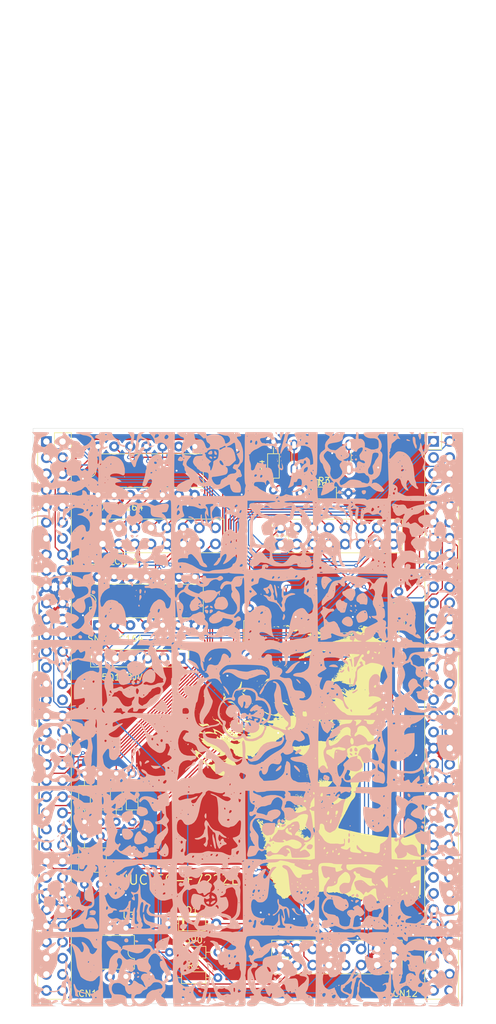
<source format=kicad_pcb>
(kicad_pcb (version 20241229) (generator "pcbnew") (generator_version "9.0")
  (layers (0 "F.Cu" signal) (2 "B.Cu" signal) (13 "F.Paste" user) (15 "B.Paste" user) (5 "F.SilkS" user "F.Silkscreen") (7 "B.SilkS" user "B.Silkscreen") (1 "F.Mask" user) (3 "B.Mask" user) (25 "Edge.Cuts" user))
  (net 0 "")
  (net 4 "PE5")
  (net 7 "GND")
  (net 11 "PC11")
  (net 19 "PA0")
  (net 20 "PB7")
  (net 23 "PD5")
  (net 26 "PE4")
  (net 28 "PC12")
  (net 30 "PE1")
  (net 34 "PE6")
  (net 35 "PD6")
  (net 41 "PA4")
  (net 43 "PD7")
  (net 44 "PF1")
  (net 47 "E5V")
  (net 50 "PC10")
  (net 51 "PE3")
  (net 54 "PE2")
  (net 59 "3.3")
  (net 61 "PF0")
  (net 71 "PG14")
  (net 74 "PA11")
  (net 75 "PA6")
  (net 76 "PC6")
  (net 82 "PA5")
  (net 84 "PE0")
  (net 86 "PA7")
  (net 92 "PC5")
  (net 104 "PB6")
  (net 108 "PA2")
  (net 109 "PC9")
  (net 116 "PE7")
  (net 123 "PC8")
  (net 125 "PA12")
  (net 130 "Net-(D1-K)")
  (net 131 "Net-(SEQ_COL1-Pin_8)")
  (net 132 "Net-(SEQ_COL1-Pin_16)")
  (net 133 "Net-(SEQ_COL1-Pin_9)")
  (net 134 "Net-(SEQ_COL1-Pin_7)")
  (net 135 "Net-(SEQ_COL1-Pin_3)")
  (net 136 "Net-(SEQ_COL1-Pin_11)")
  (net 137 "Net-(SEQ_COL1-Pin_5)")
  (net 138 "Net-(SEQ_COL1-Pin_2)")
  (net 139 "Net-(SEQ_COL1-Pin_13)")
  (net 140 "Net-(SEQ_COL1-Pin_14)")
  (net 141 "Net-(SEQ_COL1-Pin_12)")
  (net 142 "Net-(SEQ_COL1-Pin_4)")
  (net 143 "Net-(SEQ_COL1-Pin_6)")
  (net 144 "Net-(SEQ_COL1-Pin_10)")
  (net 145 "Q8")
  (net 146 "Net-(SEQ_COL1-Pin_1)")
  (net 147 "PC7")
  (net 152 "MIDI_IN_GND")
  (net 153 "MIDI_IN_SRC")
  (net 154 "unconnected-(P1-SHIELD-PadS1)")
  (net 155 "Net-(P1-CC)")
  (net 156 "Net-(P1-VCONN)")
  (net 157 "Net-(SEQ_ROW1-Pin_2)")
  (net 158 "Net-(SEQ_ROW1-Pin_4)")
  (net 159 "Net-(SEQ_ROW1-Pin_6)")
  (net 160 "Net-(SEQ_ROW1-Pin_8)")
  (net 161 "Net-(SEQ_ROW1-Pin_10)")
  (net 162 "Net-(SEQ_ROW1-Pin_12)")
  (net 163 "Net-(SEQ_ROW1-Pin_14)")
  (net 164 "Net-(SEQ_ROW1-Pin_16)")
  (footprint "Connector_PinHeader_2.54mm:PinHeader_2x08_P2.54mm_Vertical" (layer "F.Cu") (at 97.88 59.29 90)
    (property "Reference" "SEQ_ROW1" (hide yes))
    (property "Value" "Conn_02x08_Odd_Even" (hide yes))
  )
  (footprint "Resistor_THT:R_Axial_DIN0204_L3.6mm_D1.6mm_P7.62mm_Horizontal" (layer "F.Cu") (at 80.38 127.5)
    (property "Reference" "R2")
    (property "Value" "330")
  )
  (footprint "Connector_PinHeader_2.54mm:PinHeader_2x08_P2.54mm_Vertical" (layer "F.Cu") (at 97.86 125.525 90)
    (property "Reference" "IO1" (hide yes))
    (property "Value" "Conn_02x08_Odd_Even")
  )
  (footprint "Resistor_THT:R_Axial_DIN0204_L3.6mm_D1.6mm_P7.62mm_Horizontal" (layer "F.Cu") (at 67 105.19 -90)
    (property "Reference" "R6" (hide yes))
    (property "Value" "R")
  )
  (footprint "Resistor_THT:R_Axial_DIN0204_L3.6mm_D1.6mm_P7.62mm_Horizontal" (layer "F.Cu") (at 96.75 50.81 90)
    (property "Reference" "R4")
    (property "Value" "1K5")
  )
  (footprint "Connector_PinHeader_2.54mm:PinHeader_1x06_P2.54mm_Vertical" (layer "F.Cu") (at 82.04 77.25 -90)
    (property "Reference" "W25Q128JV ")
    (property "Value" "Conn_01x06")
  )
  (footprint "Package_DIP:DIP-14_W7.62mm" (layer "F.Cu") (at 69.13 51.555 90)
    (property "Reference" "SN74HC164")
    (property "Value" "74HC164")
  )
  (footprint "Resistor_THT:R_Axial_DIN0204_L3.6mm_D1.6mm_P7.62mm_Horizontal" (layer "F.Cu") (at 100.94 51.25)
    (property "Reference" "R3")
    (property "Value" "1K5")
  )
  (footprint "LOGO" (layer "F.Cu") (at 101 94)
    (property "Reference" "G***" (hide yes))
    (property "Value" "LOGO" (hide yes))
  )
  (footprint "Resistor_THT:R_Axial_DIN0204_L3.6mm_D1.6mm_P7.62mm_Horizontal" (layer "F.Cu") (at 93 69.44 -90)
    (property "Reference" "R5" (hide yes))
    (property "Value" "R")
  )
  (footprint "Connector_PinHeader_2.54mm:PinHeader_2x08_P2.54mm_Vertical" (layer "F.Cu") (at 69.84 59.275 90)
    (property "Reference" "SEQ_COL1")
    (property "Value" "Conn_02x08_Odd_Even")
  )
  (footprint "Resistor_THT:R_Axial_DIN0204_L3.6mm_D1.6mm_P7.62mm_Horizontal" (layer "F.Cu") (at 74.5 95.38 -90)
    (property "Reference" "R7" (hide yes))
    (property "Value" "R")
  )
  (footprint "Connector_PinHeader_2.54mm:PinHeader_2x35_P2.54mm_Vertical" (layer "F.Cu") (at 121.96 43.14)
    (property "Reference" "CN12")
    (property "Value" "Conn_02x35_Odd_Even")
  )
  (footprint "Resistor_THT:R_Axial_DIN0204_L3.6mm_D1.6mm_P7.62mm_Horizontal" (layer "F.Cu") (at 69.5 105.19 -90)
    (property "Reference" "R11" (hide yes))
    (property "Value" "R")
  )
  (footprint "Resistor_THT:R_Axial_DIN0204_L3.6mm_D1.6mm_P7.62mm_Horizontal" (layer "F.Cu") (at 67 95.38 -90)
    (property "Reference" "R10" (hide yes))
    (property "Value" "R")
  )
  (footprint "Connector_USB:USB_C_Receptacle_GCT_USB4125-xx-x-0190_6P_TopMnt_Horizontal" (layer "F.Cu") (at 104.32 44.5 180)
    (property "Reference" "P1")
    (property "Value" "USB_C_Plug_USB2.0")
  )
  (footprint "Diode_THT:D_DO-35_SOD27_P7.62mm_Horizontal" (layer "F.Cu") (at 80.13 119)
    (property "Reference" "D1")
    (property "Value" "D")
  )
  (footprint "Resistor_THT:R_Axial_DIN0204_L3.6mm_D1.6mm_P7.62mm_Horizontal" (layer "F.Cu") (at 69.5 95.38 -90)
    (property "Reference" "R9" (hide yes))
    (property "Value" "R")
  )
  (footprint "Package_DIP:DIP-14_W7.62mm" (layer "F.Cu") (at 69.13 72.055 90)
    (property "Reference" "SN74HC164")
    (property "Value" "74HC164")
  )
  (footprint "Resistor_THT:R_Axial_DIN0204_L3.6mm_D1.6mm_P7.62mm_Horizontal" (layer "F.Cu") (at 116.5 66.75 -90)
    (property "Reference" "R12" (hide yes))
    (property "Value" "R")
  )
  (footprint "Resistor_THT:R_Axial_DIN0204_L3.6mm_D1.6mm_P7.62mm_Horizontal" (layer "F.Cu") (at 72 95.38 -90)
    (property "Reference" "R8" (hide yes))
    (property "Value" "R")
  )
  (footprint "Connector_PinHeader_2.54mm:PinHeader_2x35_P2.54mm_Vertical" (layer "F.Cu") (at 61 43.16)
    (property "Reference" "CN11")
    (property "Value" "Conn_02x35_Odd_Even")
  )
  (footprint "Package_DIP:DIP-4_W7.62mm" (layer "F.Cu") (at 73.525 119.695 -90)
    (property "Reference" "U3")
    (property "Value" "SFH617A-1")
  )
  (footprint "Resistor_THT:R_Axial_DIN0204_L3.6mm_D1.6mm_P7.62mm_Horizontal" (layer "F.Cu") (at 80.38 123.5)
    (property "Reference" "390")
    (property "Value" "390")
  )
  (footprint "LOGO" (layer "B.Cu") (at 92.628545 86.855133)
    (property "Reference" "G***")
    (property "Value" "LOGO" (hide yes))
  )
  (gr_rect (start 58.9 41.1) (end 126.6 131.6) (stroke (width 0.05)) (fill no) (layer "Edge.Cuts"))
  (gr_text "NUCLEO-F722ZE" (at 72.25 113 0) (layer "F.SilkS") (effects (font (size 1.5 1.5) (thickness 0.1875)) (justify left bottom)))
  (segment (start 67 103) (end 65.88 104.12) (width 0.2) (layer "F.Cu") (net 4))
  (segment (start 65.88 104.12) (end 63.54 104.12) (width 0.2) (layer "F.Cu") (net 4))
  (segment (start 123.111 118.86324) (end 123.111 120.729) (width 0.2) (layer "F.Cu") (net 7))
  (segment (start 108.56 51.25) (end 108.56 49.07) (width 0.2) (layer "F.Cu") (net 7))
  (segment (start 107.07 47.58) (end 107.07 46.98) (width 0.2) (layer "F.Cu") (net 7))
  (segment (start 63.54 116.82) (end 92.28776 116.82) (width 0.2) (layer "F.Cu") (net 7))
  (segment (start 108.56 49.07) (end 107.07 47.58) (width 0.2) (layer "F.Cu") (net 7))
  (segment (start 92.28776 116.82) (end 94.32 116.82) (width 0.2) (layer "F.Cu") (net 7))
  (segment (start 123.111 120.729) (end 121.96 121.88) (width 0.2) (layer "F.Cu") (net 7))
  (segment (start 107.07 46.98) (end 106.068 45.978) (width 0.2) (layer "F.Cu") (net 7))
  (segment (start 122.24776 118) (end 123.111 118.86324) (width 0.2) (layer "F.Cu") (net 7))
  (segment (start 64.691 117.971) (end 63.54 116.82) (width 0.2) (layer "F.Cu") (net 7))
  (segment (start 94.32 116.82) (end 94.75 117.25) (width 0.2) (layer "F.Cu") (net 7))
  (segment (start 102.572 45.978) (end 101.57 46.98) (width 0.2) (layer "F.Cu") (net 7))
  (segment (start 106.068 45.978) (end 102.572 45.978) (width 0.2) (layer "F.Cu") (net 7))
  (segment (start 101.57 46.98) (end 97.78 43.19) (width 0.2) (layer "F.Cu") (net 7))
  (segment (start 97.78 43.19) (end 96.75 43.19) (width 0.2) (layer "F.Cu") (net 7))
  (segment (start 120.75 118) (end 122.24776 118) (width 0.2) (layer "F.Cu") (net 7))
  (segment (start 64.691 122.88305) (end 64.691 117.971) (width 0.2) (layer "F.Cu") (net 7))
  (segment (start 101.57 47.58) (end 101.57 46.98) (width 0.2) (layer "F.Cu") (net 7))
  (via (at 97.5 103.75) (size 0.6) (drill 0.3) (layers "F.Cu" "B.Cu") (net 7))
  (via (at 94.75 117.25) (size 0.6) (drill 0.3) (layers "F.Cu" "B.Cu") (net 7))
  (via (at 109.25 70.75) (size 0.6) (drill 0.3) (layers "F.Cu" "B.Cu") (net 7))
  (via (at 66.75 70.5) (size 0.6) (drill 0.3) (layers "F.Cu" "B.Cu") (net 7))
  (via (at 81.5 47.75) (size 0.6) (drill 0.3) (layers "F.Cu" "B.Cu") (net 7))
  (via (at 73.5 114.5) (size 0.6) (drill 0.3) (layers "F.Cu" "B.Cu") (net 7))
  (via (at 91 44.5) (size 0.6) (drill 0.3) (layers "F.Cu" "B.Cu") (net 7))
  (via (at 76.5 104.25) (size 0.6) (drill 0.3) (layers "F.Cu" "B.Cu") (net 7))
  (via (at 66.75 49) (size 0.6) (drill 0.3) (layers "F.Cu" "B.Cu") (net 7))
  (via (at 100 118.25) (size 0.6) (drill 0.3) (layers "F.Cu" "B.Cu") (net 7))
  (via (at 100.25 70.75) (size 0.6) (drill 0.3) (layers "F.Cu" "B.Cu") (net 7))
  (via (at 97.5 89) (size 0.6) (drill 0.3) (layers "F.Cu" "B.Cu") (net 7))
  (via (at 115 116.25) (size 0.6) (drill 0.3) (layers "F.Cu" "B.Cu") (net 7))
  (via (at 113.25 47.25) (size 0.6) (drill 0.3) (layers "F.Cu" "B.Cu") (net 7))
  (via (at 66.25 90) (size 0.6) (drill 0.3) (layers "F.Cu" "B.Cu") (net 7))
  (via (at 89.5 80) (size 0.6) (drill 0.3) (layers "F.Cu" "B.Cu") (net 7))
  (via (at 119 113.25) (size 0.6) (drill 0.3) (layers "F.Cu" "B.Cu") (net 7))
  (via (at 93.5 122.75) (size 0.6) (drill 0.3) (layers "F.Cu" "B.Cu") (net 7))
  (via (at 106 45) (size 0.6) (drill 0.3) (layers "F.Cu" "B.Cu") (net 7))
  (via (at 103.5 66.25) (size 0.6) (drill 0.3) (layers "F.Cu" "B.Cu") (net 7))
  (via (at 118.75 120.75) (size 0.6) (drill 0.3) (layers "F.Cu" "B.Cu") (net 7))
  (via (at 81.75 68.25) (size 0.6) (drill 0.3) (layers "F.Cu" "B.Cu") (net 7))
  (via (at 119.25 92.5) (size 0.6) (drill 0.3) (layers "F.Cu" "B.Cu") (net 7))
  (via (at 101.75 78) (size 0.6) (drill 0.3) (layers "F.Cu" "B.Cu") (net 7))
  (via (at 73.75 79.5) (size 0.6) (drill 0.3) (layers "F.Cu" "B.Cu") (net 7))
  (via (at 83.25 53.25) (size 0.6) (drill 0.3) (layers "F.Cu" "B.Cu") (net 7))
  (via (at 110 121.25) (size 0.6) (drill 0.3) (layers "F.Cu" "B.Cu") (net 7))
  (via (at 110.5 118.25) (size 0.6) (drill 0.3) (layers "F.Cu" "B.Cu") (net 7))
  (via (at 91.75 51.5) (size 0.6) (drill 0.3) (layers "F.Cu" "B.Cu") (net 7))
  (via (at 72.75 105) (size 0.6) (drill 0.3) (layers "F.Cu" "B.Cu") (net 7))
  (via (at 68.25 62) (size 0.6) (drill 0.3) (layers "F.Cu" "B.Cu") (net 7))
  (via (at 77.5 127) (size 0.6) (drill 0.3) (layers "F.Cu" "B.Cu") (net 7))
  (segment (start 84.37 51.555) (end 83.269 50.454) (width 0.2) (layer "B.Cu") (net 7))
  (segment (start 83.25 50.454) (end 63.866 50.454) (width 0.2) (layer "B.Cu") (net 7))
  (segment (start 59.849 114.99476) (end 60.52324 115.669) (width 0.2) (layer "B.Cu") (net 7))
  (segment (start 94.75 117.25) (end 94.75 119.03) (width 0.2) (layer "B.Cu") (net 7))
  (segment (start 64.691 69.711) (end 63.54 68.56) (width 0.2) (layer "B.Cu") (net 7))
  (segment (start 62.389 115.669) (end 63.54 116.82) (width 0.2) (layer "B.Cu") (net 7))
  (segment (start 83.269 50.454) (end 83.25 50.454) (width 0.2) (layer "B.Cu") (net 7))
  (segment (start 73.269 78.401) (end 68.86324 78.401) (width 0.2) (layer "B.Cu") (net 7))
  (segment (start 74.42 77.25) (end 73.269 78.401) (width 0.2) (layer "B.Cu") (net 7))
  (segment (start 60.52324 115.669) (end 62.389 115.669) (width 0.2) (layer "B.Cu") (net 7))
  (segment (start 64.691 74.22876) (end 64.691 69.711) (width 0.2) (layer "B.Cu") (net 7))
  (segment (start 59.849 67.171) (end 59.849 114.99476) (width 0.2) (layer "B.Cu") (net 7))
  (segment (start 68.86324 78.401) (end 64.691 74.22876) (width 0.2) (layer "B.Cu") (net 7))
  (segment (start 61 66.02) (end 59.849 67.171) (width 0.2) (layer "B.Cu") (net 7))
  (segment (start 63.866 50.454) (end 63.54 50.78) (width 0.2) (layer "B.Cu") (net 7))
  (segment (start 90.5 59) (end 90.5 54) (width 0.2) (layer "B.Cu") (net 11))
  (segment (start 65.41 43.16) (end 63.54 43.16) (width 0.2) (layer "B.Cu") (net 11))
  (segment (start 85.25 48.75) (end 71 48.75) (width 0.2) (layer "B.Cu") (net 11))
  (segment (start 93.552 62.052) (end 110.358 62.052) (width 0.2) (layer "B.Cu") (net 11))
  (segment (start 90.5 54) (end 85.25 48.75) (width 0.2) (layer "B.Cu") (net 11))
  (segment (start 93.552 62.052) (end 90.5 59) (width 0.2) (layer "B.Cu") (net 11))
  (segment (start 71 48.75) (end 65.41 43.16) (width 0.2) (layer "B.Cu") (net 11))
  (segment (start 110.358 62.052) (end 113.12 59.29) (width 0.2) (layer "B.Cu") (net 11))
  (segment (start 66.75 82) (end 66.75 79.39) (width 0.2) (layer "F.Cu") (net 19))
  (segment (start 66.75 79.39) (end 63.54 76.18) (width 0.2) (layer "F.Cu") (net 19))
  (via (at 66.75 82) (size 0.6) (drill 0.3) (layers "F.Cu" "B.Cu") (net 19))
  (segment (start 91.415628 129.5) (end 99 129.5) (width 0.2) (layer "B.Cu") (net 19))
  (segment (start 101.505 129.5) (end 99 129.5) (width 0.2) (layer "B.Cu") (net 19))
  (segment (start 66.75 82) (end 83.25 98.5) (width 0.2) (layer "B.Cu") (net 19))
  (segment (start 83.25 121.334372) (end 91.415628 129.5) (width 0.2) (layer "B.Cu") (net 19))
  (segment (start 105.48 125.525) (end 101.505 129.5) (width 0.2) (layer "B.Cu") (net 19))
  (segment (start 83.25 98.5) (end 83.25 121.334372) (width 0.2) (layer "B.Cu") (net 19))
  (segment (start 70.985 127.315) (end 74.8 123.5) (width 0.2) (layer "F.Cu") (net 20))
  (segment (start 74.8 123.5) (end 80.38 123.5) (width 0.2) (layer "F.Cu") (net 20))
  (segment (start 79.029 122.149) (end 79.029 98.493372) (width 0.2) (layer "B.Cu") (net 20))
  (segment (start 65.486628 84.951) (end 63.06324 84.951) (width 0.2) (layer "B.Cu") (net 20))
  (segment (start 79.029 98.493372) (end 65.486628 84.951) (width 0.2) (layer "B.Cu") (net 20))
  (segment (start 63.06324 84.951) (end 62.151 84.03876) (width 0.2) (layer "B.Cu") (net 20))
  (segment (start 62.151 84.03876) (end 62.151 69.711) (width 0.2) (layer "B.Cu") (net 20))
  (segment (start 80.38 123.5) (end 79.029 122.149) (width 0.2) (layer "B.Cu") (net 20))
  (segment (start 62.151 69.711) (end 61 68.56) (width 0.2) (layer "B.Cu") (net 20))
  (segment (start 83.265 63) (end 86 63) (width 0.2) (layer "F.Cu") (net 23))
  (segment (start 86 63) (end 88.771 60.229) (width 0.2) (layer "F.Cu") (net 23))
  (segment (start 81.83 64.435) (end 83.265 63) (width 0.2) (layer "F.Cu") (net 23))
  (segment (start 70.6829 92.75) (end 62.21 92.75) (width 0.2) (layer "F.Cu") (net 23))
  (segment (start 62.21 92.75) (end 61 93.96) (width 0.2) (layer "F.Cu") (net 23))
  (segment (start 88.771 60.229) (end 88.771 50.876) (width 0.2) (layer "F.Cu") (net 23))
  (segment (start 86.349 68.954) (end 86.349 77.0839) (width 0.2) (layer "F.Cu") (net 23))
  (segment (start 86.349 77.0839) (end 70.6829 92.75) (width 0.2) (layer "F.Cu") (net 23))
  (segment (start 81.83 64.435) (end 86.349 68.954) (width 0.2) (layer "F.Cu") (net 23))
  (segment (start 88.771 50.876) (end 81.83 43.935) (width 0.2) (layer "F.Cu") (net 23))
  (segment (start 68.08 101.58) (end 63.54 101.58) (width 0.2) (layer "F.Cu") (net 26))
  (segment (start 69.5 103) (end 68.08 101.58) (width 0.2) (layer "F.Cu") (net 26))
  (segment (start 70.6678 49.552) (end 67.9668 46.851) (width 0.2) (layer "B.Cu") (net 28))
  (segment (start 62.151 46.851) (end 61 45.7) (width 0.2) (layer "B.Cu") (net 28))
  (segment (start 67.9668 46.851) (end 62.151 46.851) (width 0.2) (layer "B.Cu") (net 28))
  (segment (start 84.9178 49.552) (end 70.6678 49.552) (width 0.2) (layer "B.Cu") (net 28))
  (segment (start 93.6188 63.253) (end 111.697 63.253) (width 0.2) (layer "B.Cu") (net 28))
  (segment (start 93.6188 63.253) (end 89.0579 58.6921) (width 0.2) (layer "B.Cu") (net 28))
  (segment (start 89.0579 53.6921) (end 84.9178 49.552) (width 0.2) (layer "B.Cu") (net 28))
  (segment (start 89.0579 58.6921) (end 89.0579 53.6921) (width 0.2) (layer "B.Cu") (net 28))
  (segment (start 111.697 63.253) (end 115.66 59.29) (width 0.2) (layer "B.Cu") (net 28))
  (segment (start 64.01676 118.209) (end 67 115.22576) (width 0.2) (layer "B.Cu") (net 30))
  (segment (start 62.151 118.209) (end 61 119.36) (width 0.2) (layer "B.Cu") (net 30))
  (segment (start 64.01676 118.209) (end 62.151 118.209) (width 0.2) (layer "B.Cu") (net 30))
  (segment (start 67 115.22576) (end 67 112.81) (width 0.2) (layer "B.Cu") (net 30))
  (segment (start 69.5 113.4) (end 69.5 112.81) (width 0.2) (layer "B.Cu") (net 34))
  (segment (start 63.54 119.36) (end 69.5 113.4) (width 0.2) (layer "B.Cu") (net 34))
  (segment (start 66 93.25) (end 63.901 95.349) (width 0.2) (layer "F.Cu") (net 35))
  (segment (start 63.901 95.349) (end 62.151 95.349) (width 0.2) (layer "F.Cu") (net 35))
  (segment (start 86.75 77.25) (end 70.75 93.25) (width 0.2) (layer "F.Cu") (net 35))
  (segment (start 70.75 93.25) (end 66 93.25) (width 0.2) (layer "F.Cu") (net 35))
  (segment (start 89.25 48.815) (end 84.37 43.935) (width 0.2) (layer "F.Cu") (net 35))
  (segment (start 89.25 60.68637) (end 89.25 48.815) (width 0.2) (layer "F.Cu") (net 35))
  (segment (start 84.37 64.435) (end 85.50137 64.435) (width 0.2) (layer "F.Cu") (net 35))
  (segment (start 86.75 66.815) (end 86.75 77.25) (width 0.2) (layer "F.Cu") (net 35))
  (segment (start 84.37 64.435) (end 86.75 66.815) (width 0.2) (layer "F.Cu") (net 35))
  (segment (start 62.151 95.349) (end 61 96.5) (width 0.2) (layer "F.Cu") (net 35))
  (segment (start 85.50137 64.435) (end 89.25 60.68637) (width 0.2) (layer "F.Cu") (net 35))
  (segment (start 79.5 77.25) (end 75.49 81.26) (width 0.2) (layer "B.Cu") (net 41))
  (segment (start 75.49 81.26) (end 63.54 81.26) (width 0.2) (layer "B.Cu") (net 41))
  (segment (start 72.865 73.25) (end 84.75 73.25) (width 0.2) (layer "F.Cu") (net 43))
  (segment (start 70.7158 92.15) (end 66.75 92.15) (width 0.2) (layer "F.Cu") (net 43))
  (segment (start 85.948 74.448) (end 85.948 76.9178) (width 0.2) (layer "F.Cu") (net 43))
  (segment (start 71.67 72.055) (end 72.865 73.25) (width 0.2) (layer "F.Cu") (net 43))
  (segment (start 69.13 72.055) (end 71.67 72.055) (width 0.2) (layer "F.Cu") (net 43))
  (segment (start 84.75 73.25) (end 85.948 74.448) (width 0.2) (layer "F.Cu") (net 43))
  (segment (start 85.948 76.9178) (end 70.7158 92.15) (width 0.2) (layer "F.Cu") (net 43))
  (via (at 66.75 92.15) (size 0.6) (drill 0.3) (layers "F.Cu" "B.Cu") (net 43))
  (segment (start 65.999 95.66876) (end 63.77876 97.889) (width 0.2) (layer "B.Cu") (net 43))
  (segment (start 63.77876 97.889) (end 62.151 97.889) (width 0.2) (layer "B.Cu") (net 43))
  (segment (start 66.75 92.15) (end 65.999 92.901) (width 0.2) (layer "B.Cu") (net 43))
  (segment (start 62.151 97.889) (end 61 99.04) (width 0.2) (layer "B.Cu") (net 43))
  (segment (start 65.999 92.901) (end 65.999 95.66876) (width 0.2) (layer "B.Cu") (net 43))
  (segment (start 74.5 108) (end 62.34 108) (width 0.2) (layer "F.Cu") (net 44))
  (segment (start 62.34 108) (end 61 106.66) (width 0.2) (layer "F.Cu") (net 44))
  (via (at 74.5 108) (size 0.6) (drill 0.3) (layers "F.Cu" "B.Cu") (net 44))
  (segment (start 85.365372 129.901) (end 78.628 123.163628) (width 0.2) (layer "B.Cu") (net 44))
  (segment (start 103.25 129.901) (end 85.365372 129.901) (width 0.2) (layer "B.Cu") (net 44))
  (segment (start 78.628 112.128) (end 74.5 108) (width 0.2) (layer "B.Cu") (net 44))
  (segment (start 108.02 125.525) (end 103.644 129.901) (width 0.2) (layer "B.Cu") (net 44))
  (segment (start 103.644 129.901) (end 103.25 129.901) (width 0.2) (layer "B.Cu") (net 44))
  (segment (start 78.628 123.163628) (end 78.628 112.128) (width 0.2) (layer "B.Cu") (net 44))
  (segment (start 102.8 48.18) (end 102.179 48.801) (width 0.5) (layer "F.Cu") (net 47))
  (segment (start 63.54 47.755818) (end 63.54 48.24) (width 0.5) (layer "F.Cu") (net 47))
  (segment (start 105.259146 46.529) (end 103.251 46.529) (width 0.5) (layer "F.Cu") (net 47))
  (segment (start 105.84 47.58) (end 105.84 47.109854) (width 0.5) (layer "F.Cu") (net 47))
  (segment (start 102.8 46.98) (end 102.8 47.58) (width 0.5) (layer "F.Cu") (net 47))
  (segment (start 102.179 48.801) (end 91.005182 48.801) (width 0.5) (layer "F.Cu") (net 47))
  (segment (start 91.005182 48.801) (end 84.888182 42.684) (width 0.5) (layer "F.Cu") (net 47))
  (segment (start 105.84 47.109854) (end 105.259146 46.529) (width 0.5) (layer "F.Cu") (net 47))
  (segment (start 68.611818 42.684) (end 63.54 47.755818) (width 0.5) (layer "F.Cu") (net 47))
  (segment (start 103.251 46.529) (end 102.8 46.98) (width 0.5) (layer "F.Cu") (net 47))
  (segment (start 102.8 47.58) (end 102.8 48.18) (width 0.5) (layer "F.Cu") (net 47))
  (segment (start 84.888182 42.684) (end 68.611818 42.684) (width 0.5) (layer "F.Cu") (net 47))
  (segment (start 109.75 62.652) (end 110.58 61.822) (width 0.2) (layer "F.Cu") (net 50))
  (segment (start 110.58 61.822) (end 110.58 59.29) (width 0.2) (layer "F.Cu") (net 50))
  (via (at 109.75 62.652) (size 0.6) (drill 0.3) (layers "F.Cu" "B.Cu") (net 50))
  (segment (start 85.0839 49.151) (end 70.8339 49.151) (width 0.2) (layer "B.Cu") (net 50))
  (segment (start 109.75 62.652) (end 93.5849 62.652) (width 0.2) (layer "B.Cu") (net 50))
  (segment (start 70.8339 49.151) (end 65.9939 44.311) (width 0.2) (layer "B.Cu") (net 50))
  (segment (start 89.96645 54.03355) (end 85.0839 49.151) (width 0.2) (layer "B.Cu") (net 50))
  (segment (start 62.151 44.311) (end 61 43.16) (width 0.2) (layer "B.Cu") (net 50))
  (segment (start 93.5849 62.652) (end 89.96645 59.03355) (width 0.2) (layer "B.Cu") (net 50))
  (segment (start 89.96645 59.03355) (end 89.96645 54.03355) (width 0.2) (layer "B.Cu") (net 50))
  (segment (start 65.9939 44.311) (end 62.151 44.311) (width 0.2) (layer "B.Cu") (net 50))
  (segment (start 69.429 100.429) (end 62.151 100.429) (width 0.2) (layer "F.Cu") (net 51))
  (segment (start 72 103) (end 69.429 100.429) (width 0.2) (layer "F.Cu") (net 51))
  (segment (start 62.151 100.429) (end 61 101.58) (width 0.2) (layer "F.Cu") (net 51))
  (segment (start 74.5 103) (end 70.54 99.04) (width 0.2) (layer "F.Cu") (net 54))
  (segment (start 70.54 99.04) (end 63.54 99.04) (width 0.2) (layer "F.Cu") (net 54))
  (segment (start 69.13 43.935) (end 69.13 44.51576) (width 0.2) (layer "F.Cu") (net 59))
  (segment (start 62.389 59.789) (end 63.54 60.94) (width 0.2) (layer "F.Cu") (net 59))
  (segment (start 63.54 60.94) (end 67.035 64.435) (width 0.2) (layer "F.Cu") (net 59))
  (segment (start 67.035 64.435) (end 69.13 64.435) (width 0.2) (layer "F.Cu") (net 59))
  (segment (start 62.871 49.629) (end 62.389 50.111) (width 0.2) (layer "F.Cu") (net 59))
  (segment (start 80.889 76.099) (end 82.04 77.25) (width 0.2) (layer "F.Cu") (net 59))
  (segment (start 64.01676 49.629) (end 62.871 49.629) (width 0.2) (layer "F.Cu") (net 59))
  (segment (start 69.13 64.435) (end 68.029 65.536) (width 0.2) (layer "F.Cu") (net 59))
  (segment (start 71.28784 76.099) (end 80.889 76.099) (width 0.2) (layer "F.Cu") (net 59))
  (segment (start 62.389 50.111) (end 62.389 59.789) (width 0.2) (layer "F.Cu") (net 59))
  (segment (start 68.029 65.536) (end 68.029 72.84016) (width 0.2) (layer "F.Cu") (net 59))
  (segment (start 68.029 72.84016) (end 71.28784 76.099) (width 0.2) (layer "F.Cu") (net 59))
  (segment (start 69.13 44.51576) (end 64.01676 49.629) (width 0.2) (layer "F.Cu") (net 59))
  (segment (start 92.101 87.311) (end 92.101 119.399) (width 0.2) (layer "B.Cu") (net 59))
  (segment (start 88 123.5) (end 90.04 125.54) (width 0.2) (layer "B.Cu") (net 59))
  (segment (start 92.101 119.399) (end 88 123.5) (width 0.2) (layer "B.Cu") (net 59))
  (segment (start 90.055 125.525) (end 90.04 125.54) (width 0.2) (layer "B.Cu") (net 59))
  (segment (start 97.86 125.525) (end 90.055 125.525) (width 0.2) (layer "B.Cu") (net 59))
  (segment (start 82.04 77.25) (end 92.101 87.311) (width 0.2) (layer "B.Cu") (net 59))
  (segment (start 62.151 110.351) (end 61 109.2) (width 0.2) (layer "F.Cu") (net 61))
  (segment (start 94 110.5) (end 91.96 110.5) (width 0.2) (layer "F.Cu") (net 61))
  (segment (start 91.811 110.351) (end 62.151 110.351) (width 0.2) (layer "F.Cu") (net 61))
  (segment (start 91.96 110.5) (end 91.811 110.351) (width 0.2) (layer "F.Cu") (net 61))
  (via (at 94 110.5) (size 0.6) (drill 0.3) (layers "F.Cu" "B.Cu") (net 61))
  (segment (start 95 110.5) (end 94 110.5) (width 0.2) (layer "B.Cu") (net 61))
  (segment (start 95.535 110.5) (end 95 110.5) (width 0.2) (layer "B.Cu") (net 61))
  (segment (start 108.02 122.985) (end 95.535 110.5) (width 0.2) (layer "B.Cu") (net 61))
  (segment (start 121.96 119.34) (end 109.125 119.34) (width 0.2) (layer "F.Cu") (net 71))
  (segment (start 109.125 119.34) (end 105.48 122.985) (width 0.2) (layer "F.Cu") (net 71))
  (segment (start 121.48324 72.469) (end 115.5 78.45224) (width 0.2) (layer "F.Cu") (net 74))
  (segment (start 125.75 59.63) (end 125.75 66.75) (width 0.2) (layer "F.Cu") (net 74))
  (segment (start 124.26124 67.151) (end 123.111 68.30124) (width 0.2) (layer "F.Cu") (net 74))
  (segment (start 125.349 67.151) (end 124.26124 67.151) (width 0.2) (layer "F.Cu") (net 74))
  (segment (start 123.111 71.55676) (end 122.19876 72.469) (width 0.2) (layer "F.Cu") (net 74))
  (segment (start 122.19876 72.469) (end 121.48324 72.469) (width 0.2) (layer "F.Cu") (net 74))
  (segment (start 115.5 78.45224) (end 115.5 85.25) (width 0.2) (layer "F.Cu") (net 74))
  (segment (start 124.5 58.38) (end 125.75 59.63) (width 0.2) (layer "F.Cu") (net 74))
  (segment (start 123.111 68.30124) (end 123.111 71.55676) (width 0.2) (layer "F.Cu") (net 74))
  (segment (start 125.5 67) (end 125.349 67.151) (width 0.2) (layer "F.Cu") (net 74))
  (segment (start 125.75 66.75) (end 125.5 67) (width 0.2) (layer "F.Cu") (net 74))
  (via (at 115.5 85.25) (size 0.6) (drill 0.3) (layers "F.Cu" "B.Cu") (net 74))
  (segment (start 111.711 90.039) (end 115.5 86.25) (width 0.2) (layer "B.Cu") (net 74))
  (segment (start 111.711 124.374) (end 111.711 90.039) (width 0.2) (layer "B.Cu") (net 74))
  (segment (start 110.56 125.525) (end 111.711 124.374) (width 0.2) (layer "B.Cu") (net 74))
  (segment (start 115.5 86.25) (end 115.5 85.25) (width 0.2) (layer "B.Cu") (net 74))
  (segment (start 122.43676 62.071) (end 123.111 61.39676) (width 0.2) (layer "B.Cu") (net 75))
  (segment (start 123.111 61.39676) (end 123.111 59.531) (width 0.2) (layer "B.Cu") (net 75))
  (segment (start 120.809 62.941) (end 121.679 62.071) (width 0.2) (layer "B.Cu") (net 75))
  (segment (start 76.96 77.25) (end 80.158 74.052) (width 0.2) (layer "B.Cu") (net 75))
  (segment (start 110.524799 64.601) (end 119.998943 64.601) (width 0.2) (layer "B.Cu") (net 75))
  (segment (start 121.679 62.071) (end 122.43676 62.071) (width 0.2) (layer "B.Cu") (net 75))
  (segment (start 120.809 63.790943) (end 120.809 62.941) (width 0.2) (layer "B.Cu") (net 75))
  (segment (start 119.998943 64.601) (end 120.809 63.790943) (width 0.2) (layer "B.Cu") (net 75))
  (segment (start 123.111 59.531) (end 121.96 58.38) (width 0.2) (layer "B.Cu") (net 75))
  (segment (start 101.073799 74.052) (end 110.524799 64.601) (width 0.2) (layer "B.Cu") (net 75))
  (segment (start 80.158 74.052) (end 101.073799 74.052) (width 0.2) (layer "B.Cu") (net 75))
  (segment (start 92.82455 55.63614) (end 94.21069 54.25) (width 0.2) (layer "B.Cu") (net 76))
  (segment (start 98.861 60.849) (end 94.24255 60.849) (width 0.2) (layer "B.Cu") (net 76))
  (segment (start 120.681 47.069) (end 123.111 47.069) (width 0.2) (layer "B.Cu") (net 76))
  (segment (start 113.5 54.25) (end 120.681 47.069) (width 0.2) (layer "B.Cu") (net 76))
  (segment (start 123.111 47.069) (end 124.5 45.68) (width 0.2) (layer "B.Cu") (net 76))
  (segment (start 94.21069 54.25) (end 113.5 54.25) (width 0.2) (layer "B.Cu") (net 76))
  (segment (start 92.82455 59.431) (end 92.82455 55.63614) (width 0.2) (layer "B.Cu") (net 76))
  (segment (start 94.24255 60.849) (end 92.82455 59.431) (width 0.2) (layer "B.Cu") (net 76))
  (segment (start 100.42 59.29) (end 98.861 60.849) (width 0.2) (layer "B.Cu") (net 76))
  (segment (start 119.75 58.05) (end 121.96 55.84) (width 0.2) (layer "F.Cu") (net 82))
  (segment (start 119.75 64) (end 119.75 58.05) (width 0.2) (layer "F.Cu") (net 82))
  (via (at 119.75 64) (size 0.6) (drill 0.3) (layers "F.Cu" "B.Cu") (net 82))
  (segment (start 119.599 64.151) (end 119.75 64) (width 0.2) (layer "B.Cu") (net 82))
  (segment (start 71.88 77.25) (end 75.479 73.651) (width 0.2) (layer "B.Cu") (net 82))
  (segment (start 111.5 64.151) (end 119.599 64.151) (width 0.2) (layer "B.Cu") (net 82))
  (segment (start 75.479 73.651) (end 100.51463 73.651) (width 0.2) (layer "B.Cu") (net 82))
  (segment (start 100.51463 73.651) (end 110.01463 64.151) (width 0.2) (layer "B.Cu") (net 82))
  (segment (start 110.01463 64.151) (end 111.5 64.151) (width 0.2) (layer "B.Cu") (net 82))
  (segment (start 108.81 77.06) (end 116.75 85) (width 0.2) (layer "B.Cu") (net 84))
  (segment (start 123.349 119.10124) (end 122.43676 118.189) (width 0.2) (layer "B.Cu") (net 84))
  (segment (start 116.75 113.45576) (end 116.75 85) (width 0.2) (layer "B.Cu") (net 84))
  (segment (start 121.48324 118.189) (end 116.75 113.45576) (width 0.2) (layer "B.Cu") (net 84))
  (segment (start 122.43676 118.189) (end 121.48324 118.189) (width 0.2) (layer "B.Cu") (net 84))
  (segment (start 93 77.06) (end 108.81 77.06) (width 0.2) (layer "B.Cu") (net 84))
  (segment (start 124.5 121.88) (end 123.349 120.729) (width 0.2) (layer "B.Cu") (net 84))
  (segment (start 123.349 120.729) (end 123.349 119.10124) (width 0.2) (layer "B.Cu") (net 84))
  (segment (start 73.34 73.25) (end 100.0671 73.25) (width 0.2) (layer "B.Cu") (net 86))
  (segment (start 119.13 63.75) (end 121.96 60.92) (width 0.2) (layer "B.Cu") (net 86))
  (segment (start 69.34 77.25) (end 73.34 73.25) (width 0.2) (layer "B.Cu") (net 86))
  (segment (start 109.5671 63.75) (end 119.13 63.75) (width 0.2) (layer "B.Cu") (net 86))
  (segment (start 100.0671 73.25) (end 109.5671 63.75) (width 0.2) (layer "B.Cu") (net 86))
  (segment (start 97.88 59.29) (end 94.98555 59.29) (width 0.2) (layer "B.Cu") (net 92))
  (segment (start 94.98555 59.29) (end 93.22555 57.53) (width 0.2) (layer "B.Cu") (net 92))
  (segment (start 118.891 49.609) (end 123.111 49.609) (width 0.2) (layer "B.Cu") (net 92))
  (segment (start 94.27779 54.75) (end 113.75 54.75) (width 0.2) (layer "B.Cu") (net 92))
  (segment (start 93.22555 55.80224) (end 94.27779 54.75) (width 0.2) (layer "B.Cu") (net 92))
  (segment (start 113.75 54.75) (end 118.891 49.609) (width 0.2) (layer "B.Cu") (net 92))
  (segment (start 123.111 49.609) (end 124.5 48.22) (width 0.2) (layer "B.Cu") (net 92))
  (segment (start 93.22555 57.53) (end 93.22555 55.80224) (width 0.2) (layer "B.Cu") (net 92))
  (segment (start 101.551 83.869) (end 121.96 63.46) (width 0.2) (layer "F.Cu") (net 104))
  (segment (start 101.551 124.136) (end 101.551 83.869) (width 0.2) (layer "F.Cu") (net 104))
  (segment (start 102.94 125.525) (end 101.551 124.136) (width 0.2) (layer "F.Cu") (net 104))
  (segment (start 117.351 107.75) (end 117.351 90.929) (width 0.2) (layer "F.Cu") (net 108))
  (segment (start 117.351 108.574) (end 117.351 107.75) (width 0.2) (layer "F.Cu") (net 108))
  (segment (start 117.351 90.929) (end 121.96 86.32) (width 0.2) (layer "F.Cu") (net 108))
  (segment (start 102.94 122.985) (end 117.351 108.574) (width 0.2) (layer "F.Cu") (net 108))
  (segment (start 111.5839 53.349) (end 121.7929 43.14) (width 0.2) (layer "B.Cu") (net 109))
  (segment (start 93.97749 53.349) (end 111.5839 53.349) (width 0.2) (layer "B.Cu") (net 109))
  (segment (start 93.91035 61.651) (end 92.02255 59.7632) (width 0.2) (layer "B.Cu") (net 109))
  (segment (start 105.679 61.651) (end 93.91035 61.651) (width 0.2) (layer "B.Cu") (net 109))
  (segment (start 92.02255 55.30394) (end 93.97749 53.349) (width 0.2) (layer "B.Cu") (net 109))
  (segment (start 92.02255 59.7632) (end 92.02255 55.30394) (width 0.2) (layer "B.Cu") (net 109))
  (segment (start 108.04 59.29) (end 105.679 61.651) (width 0.2) (layer "B.Cu") (net 109))
  (segment (start 121.7929 43.14) (end 121.96 43.14) (width 0.2) (layer "B.Cu") (net 109))
  (segment (start 116.5 74.37) (end 116.5 82.181) (width 0.2) (layer "B.Cu") (net 116))
  (segment (start 119.25 84.931) (end 122.25 84.931) (width 0.2) (layer "B.Cu") (net 116))
  (segment (start 123.349 86.03) (end 123.349 95.329) (width 0.2) (layer "B.Cu") (net 116))
  (segment (start 122.25 84.931) (end 123.349 86.03) (width 0.2) (layer "B.Cu") (net 116))
  (segment (start 123.349 95.329) (end 124.5 96.48) (width 0.2) (layer "B.Cu") (net 116))
  (segment (start 116.5 82.181) (end 119.25 84.931) (width 0.2) (layer "B.Cu") (net 116))
  (segment (start 123.14 44.5) (end 124.5 43.14) (width 0.2) (layer "B.Cu") (net 123))
  (segment (start 103.54 61.25) (end 105.5 59.29) (width 0.2) (layer "B.Cu") (net 123))
  (segment (start 94.14359 53.75) (end 111.75 53.75) (width 0.2) (layer "B.Cu") (net 123))
  (segment (start 92.42355 59.5971) (end 94.07645 61.25) (width 0.2) (layer "B.Cu") (net 123))
  (segment (start 92.42355 55.47004) (end 92.42355 59.5971) (width 0.2) (layer "B.Cu") (net 123))
  (segment (start 111.75 53.75) (end 121 44.5) (width 0.2) (layer "B.Cu") (net 123))
  (segment (start 92.42355 55.47004) (end 94.14359 53.75) (width 0.2) (layer "B.Cu") (net 123))
  (segment (start 121 44.5) (end 123.14 44.5) (width 0.2) (layer "B.Cu") (net 123))
  (segment (start 94.07645 61.25) (end 103.54 61.25) (width 0.2) (layer "B.Cu") (net 123))
  (segment (start 122.43676 67.151) (end 123.349 66.23876) (width 0.2) (layer "F.Cu") (net 125))
  (segment (start 121.72124 67.151) (end 122.43676 67.151) (width 0.2) (layer "F.Cu") (net 125))
  (segment (start 123.349 66.23876) (end 123.349 56.991) (width 0.2) (layer "F.Cu") (net 125))
  (segment (start 123.349 56.991) (end 124.5 55.84) (width 0.2) (layer "F.Cu") (net 125))
  (segment (start 114.5 84.25) (end 114.5 74.37224) (width 0.2) (layer "F.Cu") (net 125))
  (segment (start 114.5 74.37224) (end 121.72124 67.151) (width 0.2) (layer "F.Cu") (net 125))
  (via (at 114.5 84.25) (size 0.6) (drill 0.3) (layers "F.Cu" "B.Cu") (net 125))
  (segment (start 114.5 84.75) (end 111.101 88.149) (width 0.2) (layer "B.Cu") (net 125))
  (segment (start 111.101 88.149) (end 111.101 122.444) (width 0.2) (layer "B.Cu") (net 125))
  (segment (start 111.101 122.444) (end 110.56 122.985) (width 0.2) (layer "B.Cu") (net 125))
  (segment (start 114.5 84.25) (end 114.5 84.75) (width 0.2) (layer "B.Cu") (net 125))
  (segment (start 80.13 119) (end 80.13 119.88) (width 0.2) (layer "F.Cu") (net 130))
  (segment (start 73.525 119.695) (end 79.435 119.695) (width 0.2) (layer "F.Cu") (net 130))
  (segment (start 80.13 119.88) (end 88 127.75) (width 0.2) (layer "F.Cu") (net 130))
  (segment (start 79.435 119.695) (end 80.13 119) (width 0.2) (layer "F.Cu") (net 130))
  (segment (start 77.46 56.735) (end 81.83 52.365) (width 0.2) (layer "F.Cu") (net 131))
  (segment (start 81.83 52.365) (end 81.83 51.555) (width 0.2) (layer "F.Cu") (net 131))
  (segment (start 82.286 45.036) (end 87.14 49.89) (width 0.2) (layer "F.Cu") (net 132))
  (segment (start 72.771 45.036) (end 82.286 45.036) (width 0.2) (layer "F.Cu") (net 132))
  (segment (start 87.14 49.89) (end 87.14 56.735) (width 0.2) (layer "F.Cu") (net 132))
  (segment (start 71.67 43.935) (end 72.771 45.036) (width 0.2) (layer "F.Cu") (net 132))
  (segment (start 81.11703 60.87203) (end 79.52 59.275) (width 0.2) (layer "B.Cu") (net 133))
  (segment (start 79.447003 64.435) (end 81.11703 62.764973) (width 0.2) (layer "B.Cu") (net 133))
  (segment (start 79.29 64.435) (end 79.447003 64.435) (width 0.2) (layer "B.Cu") (net 133))
  (segment (start 81.11703 62.764973) (end 81.11703 60.87203) (width 0.2) (layer "B.Cu") (net 133))
  (segment (start 78.189 68.414) (end 78.189 60.484) (width 0.2) (layer "F.Cu") (net 134))
  (segment (start 81.83 72.055) (end 78.189 68.414) (width 0.2) (layer "F.Cu") (net 134))
  (segment (start 78.189 60.484) (end 76.98 59.275) (width 0.2) (layer "F.Cu") (net 134))
  (segment (start 73.109 68.414) (end 73.109 60.484) (width 0.2) (layer "F.Cu") (net 135))
  (segment (start 76.75 72.055) (end 73.109 68.414) (width 0.2) (layer "F.Cu") (net 135))
  (segment (start 73.109 60.484) (end 71.9 59.275) (width 0.2) (layer "F.Cu") (net 135))
  (segment (start 78.789 62.546) (end 78.789 63.235415) (width 0.2) (layer "F.Cu") (net 136))
  (segment (start 82.06 59.275) (end 78.789 62.546) (width 0.2) (layer "F.Cu") (net 136))
  (via (at 78.789 63.235415) (size 0.6) (drill 0.3) (layers "F.Cu" "B.Cu") (net 136))
  (segment (start 78.789 63.235415) (end 77.949585 63.235415) (width 0.2) (layer "B.Cu") (net 136))
  (segment (start 77.949585 63.235415) (end 76.75 64.435) (width 0.2) (layer "B.Cu") (net 136))
  (segment (start 75.649 68.414) (end 75.649 60.484) (width 0.2) (layer "F.Cu") (net 137))
  (segment (start 75.649 60.484) (end 74.44 59.275) (width 0.2) (layer "F.Cu") (net 137))
  (segment (start 79.29 72.055) (end 75.649 68.414) (width 0.2) (layer "F.Cu") (net 137))
  (segment (start 69.84 56.735) (end 74.21 52.365) (width 0.2) (layer "F.Cu") (net 138))
  (segment (start 74.21 52.365) (end 74.21 51.555) (width 0.2) (layer "F.Cu") (net 138))
  (segment (start 82.875 61) (end 84.6 59.275) (width 0.2) (layer "F.Cu") (net 139))
  (segment (start 81.18353 61) (end 82.875 61) (width 0.2) (layer "F.Cu") (net 139))
  (segment (start 79.458601 62.724929) (end 81.18353 61) (width 0.2) (layer "F.Cu") (net 139))
  (via (at 79.458601 62.724929) (size 0.6) (drill 0.3) (layers "F.Cu" "B.Cu") (net 139))
  (segment (start 79.458601 62.724929) (end 79.368087 62.634415) (width 0.2) (layer "B.Cu") (net 139))
  (segment (start 76.010585 62.634415) (end 74.21 64.435) (width 0.2) (layer "B.Cu") (net 139))
  (segment (start 79.368087 62.634415) (end 76.010585 62.634415) (width 0.2) (layer "B.Cu") (net 139))
  (segment (start 82.3189 45.636) (end 74 45.636) (width 0.2) (layer "F.Cu") (net 140))
  (segment (start 83.0329 46.35) (end 82.3189 45.636) (width 0.2) (layer "F.Cu") (net 140))
  (segment (start 86.739 50.5) (end 86.739 50.0561) (width 0.2) (layer "F.Cu") (net 140))
  (segment (start 83.5839 46.901) (end 83.0329 46.35) (width 0.2) (layer "F.Cu") (net 140))
  (segment (start 84.6 56.735) (end 86.739 54.596) (width 0.2) (layer "F.Cu") (net 140))
  (segment (start 86.739 54.596) (end 86.739 50.5) (width 0.2) (layer "F.Cu") (net 140))
  (segment (start 86.739 50.0561) (end 83.5839 46.901) (width 0.2) (layer "F.Cu") (net 140))
  (via (at 74 45.636) (size 0.6) (drill 0.3) (layers "F.Cu" "B.Cu") (net 140))
  (segment (start 74 44.145) (end 74.21 43.935) (width 0.2) (layer "B.Cu") (net 140))
  (segment (start 74 45.636) (end 74 44.145) (width 0.2) (layer "B.Cu") (net 140))
  (segment (start 83.6168 47.501) (end 83.0658 46.95) (width 0.2) (layer "F.Cu") (net 141))
  (segment (start 83.0658 46.95) (end 82.3518 46.236) (width 0.2) (layer "F.Cu") (net 141))
  (segment (start 83.295 55.5) (end 85.2679 55.5) (width 0.2) (layer "F.Cu") (net 141))
  (segment (start 82.06 56.735) (end 83.295 55.5) (width 0.2) (layer "F.Cu") (net 141))
  (segment (start 85.2679 55.5) (end 85.75895 55.00895) (width 0.2) (layer "F.Cu") (net 141))
  (segment (start 82.3518 46.236) (end 77 46.236) (width 0.2) (layer "F.Cu") (net 141))
  (segment (start 86.338 54.4299) (end 86.338 50.2222) (width 0.2) (layer "F.Cu") (net 141))
  (segment (start 86.338 50.2222) (end 85.8079 49.6921) (width 0.2) (layer "F.Cu") (net 141))
  (segment (start 85.8079 49.6921) (end 83.6168 47.501) (width 0.2) (layer "F.Cu") (net 141))
  (segment (start 85.75895 55.00895) (end 86.338 54.4299) (width 0.2) (layer "F.Cu") (net 141))
  (via (at 77 46.236) (size 0.6) (drill 0.3) (layers "F.Cu" "B.Cu") (net 141))
  (segment (start 77 45.5) (end 76.75 45.25) (width 0.2) (layer "B.Cu") (net 141))
  (segment (start 77 46.236) (end 77 45.5) (width 0.2) (layer "B.Cu") (net 141))
  (segment (start 76.75 45.25) (end 76.75 43.935) (width 0.2) (layer "B.Cu") (net 141))
  (segment (start 72.38 56.735) (end 76.75 52.365) (width 0.2) (layer "F.Cu") (net 142))
  (segment (start 76.75 52.365) (end 76.75 51.555) (width 0.2) (layer "F.Cu") (net 142))
  (segment (start 74.92 56.735) (end 79.29 52.365) (width 0.2) (layer "F.Cu") (net 143))
  (segment (start 79.29 52.365) (end 79.29 51.555) (width 0.2) (layer "F.Cu") (net 143))
  (segment (start 85.937 54.2624) (end 85.937 50.3883) (width 0.2) (layer "F.Cu") (net 144))
  (segment (start 85.27435 49.72565) (end 83.4507 47.902) (width 0.2) (layer "F.Cu") (net 144))
  (segment (start 83.0987 47.55) (end 82.3847 46.836) (width 0.2) (layer "F.Cu") (net 144))
  (segment (start 82.3847 46.836) (end 79.5 46.836) (width 0.2) (layer "F.Cu") (net 144))
  (segment (start 83.4507 47.902) (end 83.0987 47.55) (width 0.2) (layer "F.Cu") (net 144))
  (segment (start 85.937 50.3883) (end 85.27435 49.72565) (width 0.2) (layer "F.Cu") (net 144))
  (segment (start 79.52 56.735) (end 81.156 55.099) (width 0.2) (layer "F.Cu") (net 144))
  (segment (start 81.156 55.099) (end 85.1004 55.099) (width 0.2) (layer "F.Cu") (net 144))
  (segment (start 85.1004 55.099) (end 85.937 54.2624) (width 0.2) (layer "F.Cu") (net 144))
  (via (at 79.5 46.836) (size 0.6) (drill 0.3) (layers "F.Cu" "B.Cu") (net 144))
  (segment (start 79.5 46.836) (end 79.29 46.626) (width 0.2) (layer "B.Cu") (net 144))
  (segment (start 79.29 46.626) (end 79.29 43.935) (width 0.2) (layer "B.Cu") (net 144))
  (segment (start 83.89897 62.51603) (end 80.51603 62.51603) (width 0.2) (layer "F.Cu") (net 145))
  (segment (start 87.14 59.275) (end 83.89897 62.51603) (width 0.2) (layer "F.Cu") (net 145))
  (segment (start 69.13 51.555) (end 71.67 51.555) (width 0.2) (layer "F.Cu") (net 145))
  (via (at 80.51603 62.51603) (size 0.6) (drill 0.3) (layers "F.Cu" "B.Cu") (net 145))
  (segment (start 71.67 51.555) (end 73.531 53.416) (width 0.2) (layer "B.Cu") (net 145))
  (segment (start 73.981071 62.123929) (end 71.67 64.435) (width 0.2) (layer "B.Cu") (net 145))
  (segment (start 80.123929 62.123929) (end 73.981071 62.123929) (width 0.2) (layer "B.Cu") (net 145))
  (segment (start 73.531 61.673858) (end 73.981071 62.123929) (width 0.2) (layer "B.Cu") (net 145))
  (segment (start 80.51603 62.51603) (end 80.123929 62.123929) (width 0.2) (layer "B.Cu") (net 145))
  (segment (start 73.531 53.416) (end 73.531 61.673858) (width 0.2) (layer "B.Cu") (net 145))
  (segment (start 70.569 60.484) (end 69.36 59.275) (width 0.2) (layer "F.Cu") (net 146))
  (segment (start 74.21 72.055) (end 70.569 68.414) (width 0.2) (layer "F.Cu") (net 146))
  (segment (start 70.569 68.414) (end 70.569 60.484) (width 0.2) (layer "F.Cu") (net 146))
  (segment (start 102.96 59.29) (end 109.67 66) (width 0.2) (layer "F.Cu") (net 147))
  (segment (start 109.67 66) (end 111 66) (width 0.2) (layer "F.Cu") (net 147))
  (via (at 111 66) (size 0.6) (drill 0.3) (layers "F.Cu" "B.Cu") (net 147))
  (segment (start 120.209 67.751) (end 112.751 67.751) (width 0.2) (layer "B.Cu") (net 147))
  (segment (start 121.96 66) (end 120.209 67.751) (width 0.2) (layer "B.Cu") (net 147))
  (segment (start 112.751 67.751) (end 111 66) (width 0.2) (layer "B.Cu") (net 147))
  (segment (start 96.415 119) (end 95.5 119) (width 0.2) (layer "F.Cu") (net 152))
  (segment (start 100.4 122.985) (end 96.415 119) (width 0.2) (layer "F.Cu") (net 152))
  (segment (start 70.985 119.695) (end 72.781 117.899) (width 0.2) (layer "F.Cu") (net 152))
  (segment (start 87.75 119) (end 95.5 119) (width 0.2) (layer "F.Cu") (net 152))
  (segment (start 72.781 117.899) (end 86.649 117.899) (width 0.2) (layer "F.Cu") (net 152))
  (segment (start 86.649 117.899) (end 87.75 119) (width 0.2) (layer "F.Cu") (net 152))
  (segment (start 81.381 128.501) (end 97.25 128.501) (width 0.2) (layer "F.Cu") (net 153))
  (segment (start 97.424 128.501) (end 97.25 128.501) (width 0.2) (layer "F.Cu") (net 153))
  (segment (start 80.38 127.5) (end 81.381 128.501) (width 0.2) (layer "F.Cu") (net 153))
  (segment (start 100.4 125.525) (end 97.424 128.501) (width 0.2) (layer "F.Cu") (net 153))
  (segment (start 100 43.7) (end 108.64 43.7) (width 0.2) (layer "F.Cu") (net 154))
  (segment (start 108.64 47.5) (end 108.64 43.7) (width 0.2) (layer "F.Cu") (net 154))
  (segment (start 100 47.5) (end 100 43.7) (width 0.2) (layer "B.Cu") (net 154))
  (segment (start 100.94 51.25) (end 101.929949 51.25) (width 0.2) (layer "F.Cu") (net 155))
  (segment (start 104.82 48.359949) (end 104.82 47.58) (width 0.2) (layer "F.Cu") (net 155))
  (segment (start 101.929949 51.25) (end 104.82 48.359949) (width 0.2) (layer "F.Cu") (net 155))
  (segment (start 101.89 50.11) (end 103.82 48.18) (width 0.2) (layer "F.Cu") (net 156))
  (segment (start 96.75 50.81) (end 97.45 50.11) (width 0.2) (layer "F.Cu") (net 156))
  (segment (start 103.82 48.18) (end 103.82 47.58) (width 0.2) (layer "F.Cu") (net 156))
  (segment (start 97.45 50.11) (end 101.89 50.11) (width 0.2) (layer "F.Cu") (net 156))
  (segment (start 93 61.63) (end 93 69.44) (width 0.2) (layer "F.Cu") (net 157))
  (segment (start 97.88 56.75) (end 93 61.63) (width 0.2) (layer "F.Cu") (net 157))
  (segment (start 92.36324 55.059) (end 98.729 55.059) (width 0.2) (layer "F.Cu") (net 158))
  (segment (start 68.189 104.001) (end 74.914628 104.001) (width 0.2) (layer "F.Cu") (net 158))
  (segment (start 98.729 55.059) (end 100.42 56.75) (width 0.2) (layer "F.Cu") (net 158))
  (segment (start 74.914628 104.001) (end 91.288 87.627628) (width 0.2) (layer "F.Cu") (net 158))
  (segment (start 67 105.19) (end 68.189 104.001) (width 0.2) (layer "F.Cu") (net 158))
  (segment (start 91.288 87.627628) (end 91.288 56.13424) (width 0.2) (layer "F.Cu") (net 158))
  (segment (start 91.288 56.13424) (end 92.36324 55.059) (width 0.2) (layer "F.Cu") (net 158))
  (segment (start 90.887 55.96814) (end 92.19714 54.658) (width 0.2) (layer "F.Cu") (net 159))
  (segment (start 90.887 75.3814) (end 90.887 55.96814) (width 0.2) (layer "F.Cu") (net 159))
  (segment (start 74.5 95.38) (end 74.5 91.7684) (width 0.2) (layer "F.Cu") (net 159))
  (segment (start 92.19714 54.658) (end 100.868 54.658) (width 0.2) (layer "F.Cu") (net 159))
  (segment (start 74.5 91.7684) (end 90.887 75.3814) (width 0.2) (layer "F.Cu") (net 159))
  (segment (start 100.868 54.658) (end 102.96 56.75) (width 0.2) (layer "F.Cu") (net 159))
  (segment (start 90.486 75.2153) (end 72 93.7013) (width 0.2) (layer "F.Cu") (net 160))
  (segment (start 72 93.7013) (end 72 95.38) (width 0.2) (layer "F.Cu") (net 160))
  (segment (start 105.5 56.75) (end 103.007 54.257) (width 0.2) (layer "F.Cu") (net 160))
  (segment (start 90.486 55.80204) (end 90.486 75.2153) (width 0.2) (layer "F.Cu") (net 160))
  (segment (start 92.03104 54.257) (end 90.486 55.80204) (width 0.2) (layer "F.Cu") (net 160))
  (segment (start 103.007 54.257) (end 92.03104 54.257) (width 0.2) (layer "F.Cu") (net 160))
  (segment (start 88.5 76.6342) (end 88.5 75.25) (width 0.2) (layer "F.Cu") (net 161))
  (segment (start 90.085 64.5) (end 90.085 55.63594) (width 0.2) (layer "F.Cu") (net 161))
  (segment (start 88.5 75.25) (end 88.5 66.085) (width 0.2) (layer "F.Cu") (net 161))
  (segment (start 90.085 55.63594) (end 91.86494 53.856) (width 0.2) (layer "F.Cu") (net 161))
  (segment (start 105.146 53.856) (end 108.04 56.75) (width 0.2) (layer "F.Cu") (net 161))
  (segment (start 69.5 95.38) (end 69.7542 95.38) (width 0.2) (layer "F.Cu") (net 161))
  (segment (start 69.7542 95.38) (end 88.5 76.6342) (width 0.2) (layer "F.Cu") (net 161))
  (segment (start 91.86494 53.856) (end 105.146 53.856) (width 0.2) (layer "F.Cu") (net 161))
  (segment (start 88.5 66.085) (end 90.085 64.5) (width 0.2) (layer "F.Cu") (net 161))
  (segment (start 87.151 77.4161) (end 87.151 65.967) (width 0.2) (layer "F.Cu") (net 162))
  (segment (start 107.285 53.455) (end 110.58 56.75) (width 0.2) (layer "F.Cu") (net 162))
  (segment (start 89.684 63.434) (end 89.684 55.46984) (width 0.2) (layer "F.Cu") (net 162))
  (segment (start 70.9161 93.651) (end 87.151 77.4161) (width 0.2) (layer "F.Cu") (net 162))
  (segment (start 68.729 93.651) (end 70.9161 93.651) (width 0.2) (layer "F.Cu") (net 162))
  (segment (start 87.75 65.368) (end 89.684 63.434) (width 0.2) (layer "F.Cu") (net 162))
  (segment (start 89.684 55.46984) (end 91.69884 53.455) (width 0.2) (layer "F.Cu") (net 162))
  (segment (start 67 95.38) (end 68.729 93.651) (width 0.2) (layer "F.Cu") (net 162))
  (segment (start 87.151 65.967) (end 87.75 65.368) (width 0.2) (layer "F.Cu") (net 162))
  (segment (start 91.69884 53.455) (end 107.285 53.455) (width 0.2) (layer "F.Cu") (net 162))
  (segment (start 98.75 80.75) (end 98.75 66) (width 0.2) (layer "F.Cu") (net 163))
  (segment (start 111.731 58.139) (end 111.731 61.520943) (width 0.2) (layer "F.Cu") (net 163))
  (segment (start 109.398943 63.853) (end 108.5 63.853) (width 0.2) (layer "F.Cu") (net 163))
  (segment (start 113.12 56.75) (end 111.731 58.139) (width 0.2) (layer "F.Cu") (net 163))
  (segment (start 69.5 105.19) (end 70.2 105.89) (width 0.2) (layer "F.Cu") (net 163))
  (segment (start 70.2 105.89) (end 73.61 105.89) (width 0.2) (layer "F.Cu") (net 163))
  (segment (start 111.731 61.520943) (end 109.398943 63.853) (width 0.2) (layer "F.Cu") (net 163))
  (segment (start 73.61 105.89) (end 98.75 80.75) (width 0.2) (layer "F.Cu") (net 163))
  (via (at 98.75 66) (size 0.6) (drill 0.3) (layers "F.Cu" "B.Cu") (net 163))
  (via (at 108.5 63.853) (size 0.6) (drill 0.3) (layers "F.Cu" "B.Cu") (net 163))
  (segment (start 108.5 63.853) (end 102.897 63.853) (width 0.2) (layer "B.Cu") (net 163))
  (segment (start 99 65.75) (end 98.75 66) (width 0.2) (layer "B.Cu") (net 163))
  (segment (start 101 65.75) (end 99 65.75) (width 0.2) (layer "B.Cu") (net 163))
  (segment (start 102.897 63.853) (end 101 65.75) (width 0.2) (layer "B.Cu") (net 163))
  (segment (start 116.811 57.901) (end 116.811 66.439) (width 0.2) (layer "F.Cu") (net 164))
  (segment (start 116.811 66.439) (end 116.5 66.75) (width 0.2) (layer "F.Cu") (net 164))
  (segment (start 115.66 56.75) (end 116.811 57.901) (width 0.2) (layer "F.Cu") (net 164))
  (zone (net 7) (net_name "GND") (layer "F.Cu") (connect_pads (clearance 0.5)) (min_thickness 0.25) (fill yes (thermal_gap 0.5) (thermal_bridge_width 0.5))
    (polygon (pts (xy 59.75 42) (xy 125.75 42) (xy 125.75 130.75) (xy 59.75 130.75)))
  )
  (zone (net 7) (net_name "GND") (layer "B.Cu") (priority 1) (connect_pads (clearance 0.5)) (min_thickness 0.25) (fill yes (thermal_gap 0.5) (thermal_bridge_width 0.5))
    (polygon (pts (xy 59.75 42) (xy 125.75 42) (xy 125.75 130.75) (xy 59.75 130.75)))
  )
)
</source>
